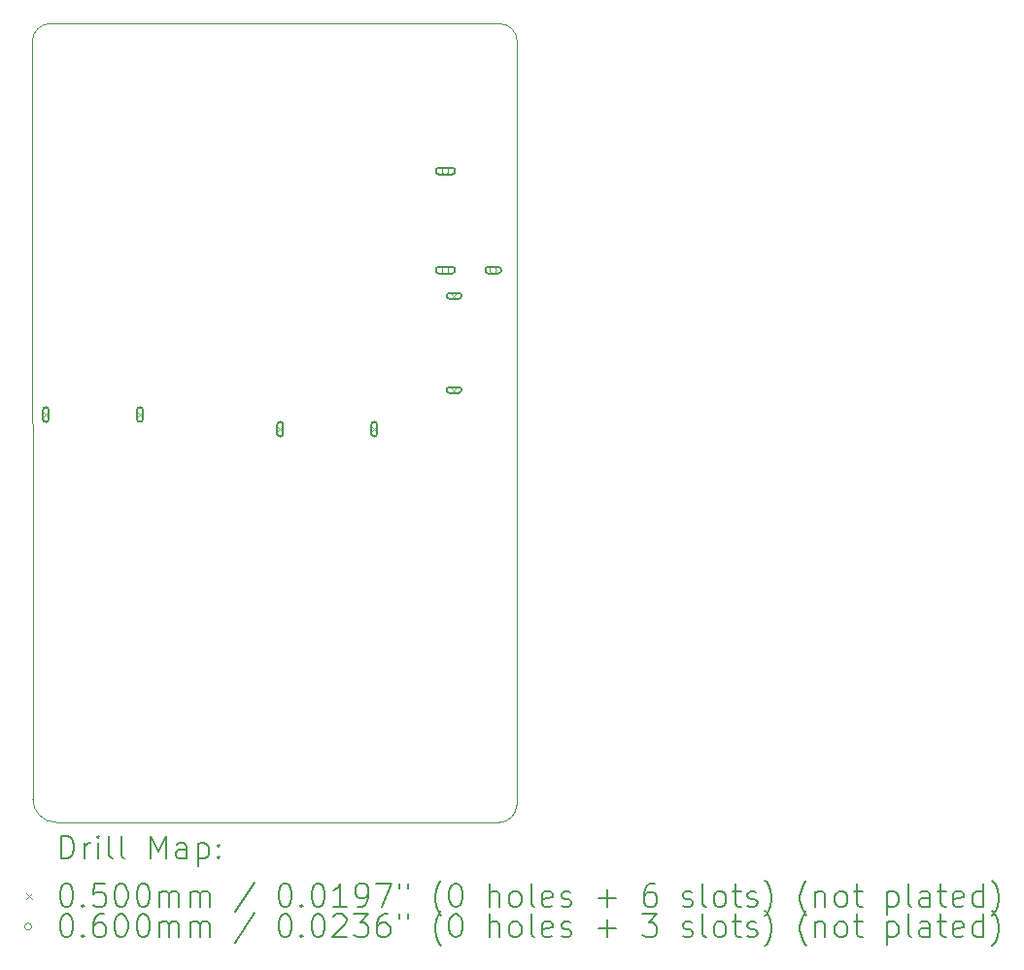
<source format=gbr>
%TF.GenerationSoftware,KiCad,Pcbnew,(6.0.10)*%
%TF.CreationDate,2023-02-27T19:57:09-05:00*%
%TF.ProjectId,ECG_2.0,4543475f-322e-4302-9e6b-696361645f70,rev?*%
%TF.SameCoordinates,Original*%
%TF.FileFunction,Drillmap*%
%TF.FilePolarity,Positive*%
%FSLAX45Y45*%
G04 Gerber Fmt 4.5, Leading zero omitted, Abs format (unit mm)*
G04 Created by KiCad (PCBNEW (6.0.10)) date 2023-02-27 19:57:09*
%MOMM*%
%LPD*%
G01*
G04 APERTURE LIST*
%ADD10C,0.100000*%
%ADD11C,0.200000*%
%ADD12C,0.050000*%
%ADD13C,0.060000*%
G04 APERTURE END LIST*
D10*
X21386800Y-13665200D02*
G75*
G03*
X21590000Y-13868400I203200J0D01*
G01*
X25450800Y-13868400D02*
G75*
G03*
X25603200Y-13716000I0J152400D01*
G01*
X25608824Y-7062331D02*
X25603200Y-13716000D01*
X25608824Y-7062331D02*
G75*
G03*
X25450800Y-6903172I-158024J1131D01*
G01*
X21539200Y-6903172D02*
G75*
G03*
X21381172Y-7061200I0J-158028D01*
G01*
X25450800Y-13868400D02*
X21590000Y-13868400D01*
X21386800Y-13665200D02*
X21381172Y-7061200D01*
X21539200Y-6903172D02*
X25450800Y-6903172D01*
D11*
D12*
X21475200Y-10287400D02*
X21525200Y-10337400D01*
X21525200Y-10287400D02*
X21475200Y-10337400D01*
D11*
X21525200Y-10352400D02*
X21525200Y-10272400D01*
X21475200Y-10352400D02*
X21475200Y-10272400D01*
X21525200Y-10272400D02*
G75*
G03*
X21475200Y-10272400I-25000J0D01*
G01*
X21475200Y-10352400D02*
G75*
G03*
X21525200Y-10352400I25000J0D01*
G01*
D12*
X22295200Y-10287400D02*
X22345200Y-10337400D01*
X22345200Y-10287400D02*
X22295200Y-10337400D01*
D11*
X22345200Y-10352400D02*
X22345200Y-10272400D01*
X22295200Y-10352400D02*
X22295200Y-10272400D01*
X22345200Y-10272400D02*
G75*
G03*
X22295200Y-10272400I-25000J0D01*
G01*
X22295200Y-10352400D02*
G75*
G03*
X22345200Y-10352400I25000J0D01*
G01*
D12*
X23517200Y-10414400D02*
X23567200Y-10464400D01*
X23567200Y-10414400D02*
X23517200Y-10464400D01*
D11*
X23567200Y-10479400D02*
X23567200Y-10399400D01*
X23517200Y-10479400D02*
X23517200Y-10399400D01*
X23567200Y-10399400D02*
G75*
G03*
X23517200Y-10399400I-25000J0D01*
G01*
X23517200Y-10479400D02*
G75*
G03*
X23567200Y-10479400I25000J0D01*
G01*
D12*
X24337200Y-10414400D02*
X24387200Y-10464400D01*
X24387200Y-10414400D02*
X24337200Y-10464400D01*
D11*
X24387200Y-10479400D02*
X24387200Y-10399400D01*
X24337200Y-10479400D02*
X24337200Y-10399400D01*
X24387200Y-10399400D02*
G75*
G03*
X24337200Y-10399400I-25000J0D01*
G01*
X24337200Y-10479400D02*
G75*
G03*
X24387200Y-10479400I25000J0D01*
G01*
D12*
X25032700Y-9252600D02*
X25082700Y-9302600D01*
X25082700Y-9252600D02*
X25032700Y-9302600D01*
D11*
X25097700Y-9252600D02*
X25017700Y-9252600D01*
X25097700Y-9302600D02*
X25017700Y-9302600D01*
X25017700Y-9252600D02*
G75*
G03*
X25017700Y-9302600I0J-25000D01*
G01*
X25097700Y-9302600D02*
G75*
G03*
X25097700Y-9252600I0J25000D01*
G01*
D12*
X25032700Y-10072600D02*
X25082700Y-10122600D01*
X25082700Y-10072600D02*
X25032700Y-10122600D01*
D11*
X25097700Y-10072600D02*
X25017700Y-10072600D01*
X25097700Y-10122600D02*
X25017700Y-10122600D01*
X25017700Y-10072600D02*
G75*
G03*
X25017700Y-10122600I0J-25000D01*
G01*
X25097700Y-10122600D02*
G75*
G03*
X25097700Y-10072600I0J25000D01*
G01*
D13*
X25012550Y-8188000D02*
G75*
G03*
X25012550Y-8188000I-30000J0D01*
G01*
D11*
X24927550Y-8218000D02*
X25037550Y-8218000D01*
X24927550Y-8158000D02*
X25037550Y-8158000D01*
X25037550Y-8218000D02*
G75*
G03*
X25037550Y-8158000I0J30000D01*
G01*
X24927550Y-8158000D02*
G75*
G03*
X24927550Y-8218000I0J-30000D01*
G01*
D13*
X25012550Y-9053000D02*
G75*
G03*
X25012550Y-9053000I-30000J0D01*
G01*
D11*
X24927550Y-9083000D02*
X25037550Y-9083000D01*
X24927550Y-9023000D02*
X25037550Y-9023000D01*
X25037550Y-9083000D02*
G75*
G03*
X25037550Y-9023000I0J30000D01*
G01*
X24927550Y-9023000D02*
G75*
G03*
X24927550Y-9083000I0J-30000D01*
G01*
D13*
X25429550Y-9053000D02*
G75*
G03*
X25429550Y-9053000I-30000J0D01*
G01*
D11*
X25359550Y-9083000D02*
X25439550Y-9083000D01*
X25359550Y-9023000D02*
X25439550Y-9023000D01*
X25439550Y-9083000D02*
G75*
G03*
X25439550Y-9023000I0J30000D01*
G01*
X25359550Y-9023000D02*
G75*
G03*
X25359550Y-9083000I0J-30000D01*
G01*
X21633791Y-14183876D02*
X21633791Y-13983876D01*
X21681410Y-13983876D01*
X21709982Y-13993400D01*
X21729029Y-14012448D01*
X21738553Y-14031495D01*
X21748077Y-14069590D01*
X21748077Y-14098162D01*
X21738553Y-14136257D01*
X21729029Y-14155305D01*
X21709982Y-14174352D01*
X21681410Y-14183876D01*
X21633791Y-14183876D01*
X21833791Y-14183876D02*
X21833791Y-14050543D01*
X21833791Y-14088638D02*
X21843315Y-14069590D01*
X21852839Y-14060067D01*
X21871886Y-14050543D01*
X21890934Y-14050543D01*
X21957601Y-14183876D02*
X21957601Y-14050543D01*
X21957601Y-13983876D02*
X21948077Y-13993400D01*
X21957601Y-14002924D01*
X21967124Y-13993400D01*
X21957601Y-13983876D01*
X21957601Y-14002924D01*
X22081410Y-14183876D02*
X22062363Y-14174352D01*
X22052839Y-14155305D01*
X22052839Y-13983876D01*
X22186172Y-14183876D02*
X22167124Y-14174352D01*
X22157601Y-14155305D01*
X22157601Y-13983876D01*
X22414743Y-14183876D02*
X22414743Y-13983876D01*
X22481410Y-14126733D01*
X22548077Y-13983876D01*
X22548077Y-14183876D01*
X22729029Y-14183876D02*
X22729029Y-14079114D01*
X22719505Y-14060067D01*
X22700458Y-14050543D01*
X22662362Y-14050543D01*
X22643315Y-14060067D01*
X22729029Y-14174352D02*
X22709982Y-14183876D01*
X22662362Y-14183876D01*
X22643315Y-14174352D01*
X22633791Y-14155305D01*
X22633791Y-14136257D01*
X22643315Y-14117209D01*
X22662362Y-14107686D01*
X22709982Y-14107686D01*
X22729029Y-14098162D01*
X22824267Y-14050543D02*
X22824267Y-14250543D01*
X22824267Y-14060067D02*
X22843315Y-14050543D01*
X22881410Y-14050543D01*
X22900458Y-14060067D01*
X22909982Y-14069590D01*
X22919505Y-14088638D01*
X22919505Y-14145781D01*
X22909982Y-14164828D01*
X22900458Y-14174352D01*
X22881410Y-14183876D01*
X22843315Y-14183876D01*
X22824267Y-14174352D01*
X23005220Y-14164828D02*
X23014743Y-14174352D01*
X23005220Y-14183876D01*
X22995696Y-14174352D01*
X23005220Y-14164828D01*
X23005220Y-14183876D01*
X23005220Y-14060067D02*
X23014743Y-14069590D01*
X23005220Y-14079114D01*
X22995696Y-14069590D01*
X23005220Y-14060067D01*
X23005220Y-14079114D01*
D12*
X21326172Y-14488400D02*
X21376172Y-14538400D01*
X21376172Y-14488400D02*
X21326172Y-14538400D01*
D11*
X21671886Y-14403876D02*
X21690934Y-14403876D01*
X21709982Y-14413400D01*
X21719505Y-14422924D01*
X21729029Y-14441971D01*
X21738553Y-14480067D01*
X21738553Y-14527686D01*
X21729029Y-14565781D01*
X21719505Y-14584828D01*
X21709982Y-14594352D01*
X21690934Y-14603876D01*
X21671886Y-14603876D01*
X21652839Y-14594352D01*
X21643315Y-14584828D01*
X21633791Y-14565781D01*
X21624267Y-14527686D01*
X21624267Y-14480067D01*
X21633791Y-14441971D01*
X21643315Y-14422924D01*
X21652839Y-14413400D01*
X21671886Y-14403876D01*
X21824267Y-14584828D02*
X21833791Y-14594352D01*
X21824267Y-14603876D01*
X21814744Y-14594352D01*
X21824267Y-14584828D01*
X21824267Y-14603876D01*
X22014744Y-14403876D02*
X21919505Y-14403876D01*
X21909982Y-14499114D01*
X21919505Y-14489590D01*
X21938553Y-14480067D01*
X21986172Y-14480067D01*
X22005220Y-14489590D01*
X22014744Y-14499114D01*
X22024267Y-14518162D01*
X22024267Y-14565781D01*
X22014744Y-14584828D01*
X22005220Y-14594352D01*
X21986172Y-14603876D01*
X21938553Y-14603876D01*
X21919505Y-14594352D01*
X21909982Y-14584828D01*
X22148077Y-14403876D02*
X22167124Y-14403876D01*
X22186172Y-14413400D01*
X22195696Y-14422924D01*
X22205220Y-14441971D01*
X22214744Y-14480067D01*
X22214744Y-14527686D01*
X22205220Y-14565781D01*
X22195696Y-14584828D01*
X22186172Y-14594352D01*
X22167124Y-14603876D01*
X22148077Y-14603876D01*
X22129029Y-14594352D01*
X22119505Y-14584828D01*
X22109982Y-14565781D01*
X22100458Y-14527686D01*
X22100458Y-14480067D01*
X22109982Y-14441971D01*
X22119505Y-14422924D01*
X22129029Y-14413400D01*
X22148077Y-14403876D01*
X22338553Y-14403876D02*
X22357601Y-14403876D01*
X22376648Y-14413400D01*
X22386172Y-14422924D01*
X22395696Y-14441971D01*
X22405220Y-14480067D01*
X22405220Y-14527686D01*
X22395696Y-14565781D01*
X22386172Y-14584828D01*
X22376648Y-14594352D01*
X22357601Y-14603876D01*
X22338553Y-14603876D01*
X22319505Y-14594352D01*
X22309982Y-14584828D01*
X22300458Y-14565781D01*
X22290934Y-14527686D01*
X22290934Y-14480067D01*
X22300458Y-14441971D01*
X22309982Y-14422924D01*
X22319505Y-14413400D01*
X22338553Y-14403876D01*
X22490934Y-14603876D02*
X22490934Y-14470543D01*
X22490934Y-14489590D02*
X22500458Y-14480067D01*
X22519505Y-14470543D01*
X22548077Y-14470543D01*
X22567124Y-14480067D01*
X22576648Y-14499114D01*
X22576648Y-14603876D01*
X22576648Y-14499114D02*
X22586172Y-14480067D01*
X22605220Y-14470543D01*
X22633791Y-14470543D01*
X22652839Y-14480067D01*
X22662362Y-14499114D01*
X22662362Y-14603876D01*
X22757601Y-14603876D02*
X22757601Y-14470543D01*
X22757601Y-14489590D02*
X22767124Y-14480067D01*
X22786172Y-14470543D01*
X22814743Y-14470543D01*
X22833791Y-14480067D01*
X22843315Y-14499114D01*
X22843315Y-14603876D01*
X22843315Y-14499114D02*
X22852839Y-14480067D01*
X22871886Y-14470543D01*
X22900458Y-14470543D01*
X22919505Y-14480067D01*
X22929029Y-14499114D01*
X22929029Y-14603876D01*
X23319505Y-14394352D02*
X23148077Y-14651495D01*
X23576648Y-14403876D02*
X23595696Y-14403876D01*
X23614743Y-14413400D01*
X23624267Y-14422924D01*
X23633791Y-14441971D01*
X23643315Y-14480067D01*
X23643315Y-14527686D01*
X23633791Y-14565781D01*
X23624267Y-14584828D01*
X23614743Y-14594352D01*
X23595696Y-14603876D01*
X23576648Y-14603876D01*
X23557601Y-14594352D01*
X23548077Y-14584828D01*
X23538553Y-14565781D01*
X23529029Y-14527686D01*
X23529029Y-14480067D01*
X23538553Y-14441971D01*
X23548077Y-14422924D01*
X23557601Y-14413400D01*
X23576648Y-14403876D01*
X23729029Y-14584828D02*
X23738553Y-14594352D01*
X23729029Y-14603876D01*
X23719505Y-14594352D01*
X23729029Y-14584828D01*
X23729029Y-14603876D01*
X23862362Y-14403876D02*
X23881410Y-14403876D01*
X23900458Y-14413400D01*
X23909982Y-14422924D01*
X23919505Y-14441971D01*
X23929029Y-14480067D01*
X23929029Y-14527686D01*
X23919505Y-14565781D01*
X23909982Y-14584828D01*
X23900458Y-14594352D01*
X23881410Y-14603876D01*
X23862362Y-14603876D01*
X23843315Y-14594352D01*
X23833791Y-14584828D01*
X23824267Y-14565781D01*
X23814743Y-14527686D01*
X23814743Y-14480067D01*
X23824267Y-14441971D01*
X23833791Y-14422924D01*
X23843315Y-14413400D01*
X23862362Y-14403876D01*
X24119505Y-14603876D02*
X24005220Y-14603876D01*
X24062362Y-14603876D02*
X24062362Y-14403876D01*
X24043315Y-14432448D01*
X24024267Y-14451495D01*
X24005220Y-14461019D01*
X24214743Y-14603876D02*
X24252839Y-14603876D01*
X24271886Y-14594352D01*
X24281410Y-14584828D01*
X24300458Y-14556257D01*
X24309982Y-14518162D01*
X24309982Y-14441971D01*
X24300458Y-14422924D01*
X24290934Y-14413400D01*
X24271886Y-14403876D01*
X24233791Y-14403876D01*
X24214743Y-14413400D01*
X24205220Y-14422924D01*
X24195696Y-14441971D01*
X24195696Y-14489590D01*
X24205220Y-14508638D01*
X24214743Y-14518162D01*
X24233791Y-14527686D01*
X24271886Y-14527686D01*
X24290934Y-14518162D01*
X24300458Y-14508638D01*
X24309982Y-14489590D01*
X24376648Y-14403876D02*
X24509982Y-14403876D01*
X24424267Y-14603876D01*
X24576648Y-14403876D02*
X24576648Y-14441971D01*
X24652839Y-14403876D02*
X24652839Y-14441971D01*
X24948077Y-14680067D02*
X24938553Y-14670543D01*
X24919505Y-14641971D01*
X24909982Y-14622924D01*
X24900458Y-14594352D01*
X24890934Y-14546733D01*
X24890934Y-14508638D01*
X24900458Y-14461019D01*
X24909982Y-14432448D01*
X24919505Y-14413400D01*
X24938553Y-14384828D01*
X24948077Y-14375305D01*
X25062362Y-14403876D02*
X25081410Y-14403876D01*
X25100458Y-14413400D01*
X25109982Y-14422924D01*
X25119505Y-14441971D01*
X25129029Y-14480067D01*
X25129029Y-14527686D01*
X25119505Y-14565781D01*
X25109982Y-14584828D01*
X25100458Y-14594352D01*
X25081410Y-14603876D01*
X25062362Y-14603876D01*
X25043315Y-14594352D01*
X25033791Y-14584828D01*
X25024267Y-14565781D01*
X25014743Y-14527686D01*
X25014743Y-14480067D01*
X25024267Y-14441971D01*
X25033791Y-14422924D01*
X25043315Y-14413400D01*
X25062362Y-14403876D01*
X25367124Y-14603876D02*
X25367124Y-14403876D01*
X25452839Y-14603876D02*
X25452839Y-14499114D01*
X25443315Y-14480067D01*
X25424267Y-14470543D01*
X25395696Y-14470543D01*
X25376648Y-14480067D01*
X25367124Y-14489590D01*
X25576648Y-14603876D02*
X25557601Y-14594352D01*
X25548077Y-14584828D01*
X25538553Y-14565781D01*
X25538553Y-14508638D01*
X25548077Y-14489590D01*
X25557601Y-14480067D01*
X25576648Y-14470543D01*
X25605220Y-14470543D01*
X25624267Y-14480067D01*
X25633791Y-14489590D01*
X25643315Y-14508638D01*
X25643315Y-14565781D01*
X25633791Y-14584828D01*
X25624267Y-14594352D01*
X25605220Y-14603876D01*
X25576648Y-14603876D01*
X25757601Y-14603876D02*
X25738553Y-14594352D01*
X25729029Y-14575305D01*
X25729029Y-14403876D01*
X25909982Y-14594352D02*
X25890934Y-14603876D01*
X25852839Y-14603876D01*
X25833791Y-14594352D01*
X25824267Y-14575305D01*
X25824267Y-14499114D01*
X25833791Y-14480067D01*
X25852839Y-14470543D01*
X25890934Y-14470543D01*
X25909982Y-14480067D01*
X25919505Y-14499114D01*
X25919505Y-14518162D01*
X25824267Y-14537209D01*
X25995696Y-14594352D02*
X26014743Y-14603876D01*
X26052839Y-14603876D01*
X26071886Y-14594352D01*
X26081410Y-14575305D01*
X26081410Y-14565781D01*
X26071886Y-14546733D01*
X26052839Y-14537209D01*
X26024267Y-14537209D01*
X26005220Y-14527686D01*
X25995696Y-14508638D01*
X25995696Y-14499114D01*
X26005220Y-14480067D01*
X26024267Y-14470543D01*
X26052839Y-14470543D01*
X26071886Y-14480067D01*
X26319505Y-14527686D02*
X26471886Y-14527686D01*
X26395696Y-14603876D02*
X26395696Y-14451495D01*
X26805220Y-14403876D02*
X26767124Y-14403876D01*
X26748077Y-14413400D01*
X26738553Y-14422924D01*
X26719505Y-14451495D01*
X26709982Y-14489590D01*
X26709982Y-14565781D01*
X26719505Y-14584828D01*
X26729029Y-14594352D01*
X26748077Y-14603876D01*
X26786172Y-14603876D01*
X26805220Y-14594352D01*
X26814743Y-14584828D01*
X26824267Y-14565781D01*
X26824267Y-14518162D01*
X26814743Y-14499114D01*
X26805220Y-14489590D01*
X26786172Y-14480067D01*
X26748077Y-14480067D01*
X26729029Y-14489590D01*
X26719505Y-14499114D01*
X26709982Y-14518162D01*
X27052839Y-14594352D02*
X27071886Y-14603876D01*
X27109982Y-14603876D01*
X27129029Y-14594352D01*
X27138553Y-14575305D01*
X27138553Y-14565781D01*
X27129029Y-14546733D01*
X27109982Y-14537209D01*
X27081410Y-14537209D01*
X27062362Y-14527686D01*
X27052839Y-14508638D01*
X27052839Y-14499114D01*
X27062362Y-14480067D01*
X27081410Y-14470543D01*
X27109982Y-14470543D01*
X27129029Y-14480067D01*
X27252839Y-14603876D02*
X27233791Y-14594352D01*
X27224267Y-14575305D01*
X27224267Y-14403876D01*
X27357601Y-14603876D02*
X27338553Y-14594352D01*
X27329029Y-14584828D01*
X27319505Y-14565781D01*
X27319505Y-14508638D01*
X27329029Y-14489590D01*
X27338553Y-14480067D01*
X27357601Y-14470543D01*
X27386172Y-14470543D01*
X27405220Y-14480067D01*
X27414743Y-14489590D01*
X27424267Y-14508638D01*
X27424267Y-14565781D01*
X27414743Y-14584828D01*
X27405220Y-14594352D01*
X27386172Y-14603876D01*
X27357601Y-14603876D01*
X27481410Y-14470543D02*
X27557601Y-14470543D01*
X27509982Y-14403876D02*
X27509982Y-14575305D01*
X27519505Y-14594352D01*
X27538553Y-14603876D01*
X27557601Y-14603876D01*
X27614743Y-14594352D02*
X27633791Y-14603876D01*
X27671886Y-14603876D01*
X27690934Y-14594352D01*
X27700458Y-14575305D01*
X27700458Y-14565781D01*
X27690934Y-14546733D01*
X27671886Y-14537209D01*
X27643315Y-14537209D01*
X27624267Y-14527686D01*
X27614743Y-14508638D01*
X27614743Y-14499114D01*
X27624267Y-14480067D01*
X27643315Y-14470543D01*
X27671886Y-14470543D01*
X27690934Y-14480067D01*
X27767124Y-14680067D02*
X27776648Y-14670543D01*
X27795696Y-14641971D01*
X27805220Y-14622924D01*
X27814743Y-14594352D01*
X27824267Y-14546733D01*
X27824267Y-14508638D01*
X27814743Y-14461019D01*
X27805220Y-14432448D01*
X27795696Y-14413400D01*
X27776648Y-14384828D01*
X27767124Y-14375305D01*
X28129029Y-14680067D02*
X28119505Y-14670543D01*
X28100458Y-14641971D01*
X28090934Y-14622924D01*
X28081410Y-14594352D01*
X28071886Y-14546733D01*
X28071886Y-14508638D01*
X28081410Y-14461019D01*
X28090934Y-14432448D01*
X28100458Y-14413400D01*
X28119505Y-14384828D01*
X28129029Y-14375305D01*
X28205220Y-14470543D02*
X28205220Y-14603876D01*
X28205220Y-14489590D02*
X28214743Y-14480067D01*
X28233791Y-14470543D01*
X28262362Y-14470543D01*
X28281410Y-14480067D01*
X28290934Y-14499114D01*
X28290934Y-14603876D01*
X28414743Y-14603876D02*
X28395696Y-14594352D01*
X28386172Y-14584828D01*
X28376648Y-14565781D01*
X28376648Y-14508638D01*
X28386172Y-14489590D01*
X28395696Y-14480067D01*
X28414743Y-14470543D01*
X28443315Y-14470543D01*
X28462362Y-14480067D01*
X28471886Y-14489590D01*
X28481410Y-14508638D01*
X28481410Y-14565781D01*
X28471886Y-14584828D01*
X28462362Y-14594352D01*
X28443315Y-14603876D01*
X28414743Y-14603876D01*
X28538553Y-14470543D02*
X28614743Y-14470543D01*
X28567124Y-14403876D02*
X28567124Y-14575305D01*
X28576648Y-14594352D01*
X28595696Y-14603876D01*
X28614743Y-14603876D01*
X28833791Y-14470543D02*
X28833791Y-14670543D01*
X28833791Y-14480067D02*
X28852839Y-14470543D01*
X28890934Y-14470543D01*
X28909982Y-14480067D01*
X28919505Y-14489590D01*
X28929029Y-14508638D01*
X28929029Y-14565781D01*
X28919505Y-14584828D01*
X28909982Y-14594352D01*
X28890934Y-14603876D01*
X28852839Y-14603876D01*
X28833791Y-14594352D01*
X29043315Y-14603876D02*
X29024267Y-14594352D01*
X29014743Y-14575305D01*
X29014743Y-14403876D01*
X29205220Y-14603876D02*
X29205220Y-14499114D01*
X29195696Y-14480067D01*
X29176648Y-14470543D01*
X29138553Y-14470543D01*
X29119505Y-14480067D01*
X29205220Y-14594352D02*
X29186172Y-14603876D01*
X29138553Y-14603876D01*
X29119505Y-14594352D01*
X29109982Y-14575305D01*
X29109982Y-14556257D01*
X29119505Y-14537209D01*
X29138553Y-14527686D01*
X29186172Y-14527686D01*
X29205220Y-14518162D01*
X29271886Y-14470543D02*
X29348077Y-14470543D01*
X29300458Y-14403876D02*
X29300458Y-14575305D01*
X29309982Y-14594352D01*
X29329029Y-14603876D01*
X29348077Y-14603876D01*
X29490934Y-14594352D02*
X29471886Y-14603876D01*
X29433791Y-14603876D01*
X29414743Y-14594352D01*
X29405220Y-14575305D01*
X29405220Y-14499114D01*
X29414743Y-14480067D01*
X29433791Y-14470543D01*
X29471886Y-14470543D01*
X29490934Y-14480067D01*
X29500458Y-14499114D01*
X29500458Y-14518162D01*
X29405220Y-14537209D01*
X29671886Y-14603876D02*
X29671886Y-14403876D01*
X29671886Y-14594352D02*
X29652839Y-14603876D01*
X29614743Y-14603876D01*
X29595696Y-14594352D01*
X29586172Y-14584828D01*
X29576648Y-14565781D01*
X29576648Y-14508638D01*
X29586172Y-14489590D01*
X29595696Y-14480067D01*
X29614743Y-14470543D01*
X29652839Y-14470543D01*
X29671886Y-14480067D01*
X29748077Y-14680067D02*
X29757601Y-14670543D01*
X29776648Y-14641971D01*
X29786172Y-14622924D01*
X29795696Y-14594352D01*
X29805220Y-14546733D01*
X29805220Y-14508638D01*
X29795696Y-14461019D01*
X29786172Y-14432448D01*
X29776648Y-14413400D01*
X29757601Y-14384828D01*
X29748077Y-14375305D01*
D13*
X21376172Y-14777400D02*
G75*
G03*
X21376172Y-14777400I-30000J0D01*
G01*
D11*
X21671886Y-14667876D02*
X21690934Y-14667876D01*
X21709982Y-14677400D01*
X21719505Y-14686924D01*
X21729029Y-14705971D01*
X21738553Y-14744067D01*
X21738553Y-14791686D01*
X21729029Y-14829781D01*
X21719505Y-14848828D01*
X21709982Y-14858352D01*
X21690934Y-14867876D01*
X21671886Y-14867876D01*
X21652839Y-14858352D01*
X21643315Y-14848828D01*
X21633791Y-14829781D01*
X21624267Y-14791686D01*
X21624267Y-14744067D01*
X21633791Y-14705971D01*
X21643315Y-14686924D01*
X21652839Y-14677400D01*
X21671886Y-14667876D01*
X21824267Y-14848828D02*
X21833791Y-14858352D01*
X21824267Y-14867876D01*
X21814744Y-14858352D01*
X21824267Y-14848828D01*
X21824267Y-14867876D01*
X22005220Y-14667876D02*
X21967124Y-14667876D01*
X21948077Y-14677400D01*
X21938553Y-14686924D01*
X21919505Y-14715495D01*
X21909982Y-14753590D01*
X21909982Y-14829781D01*
X21919505Y-14848828D01*
X21929029Y-14858352D01*
X21948077Y-14867876D01*
X21986172Y-14867876D01*
X22005220Y-14858352D01*
X22014744Y-14848828D01*
X22024267Y-14829781D01*
X22024267Y-14782162D01*
X22014744Y-14763114D01*
X22005220Y-14753590D01*
X21986172Y-14744067D01*
X21948077Y-14744067D01*
X21929029Y-14753590D01*
X21919505Y-14763114D01*
X21909982Y-14782162D01*
X22148077Y-14667876D02*
X22167124Y-14667876D01*
X22186172Y-14677400D01*
X22195696Y-14686924D01*
X22205220Y-14705971D01*
X22214744Y-14744067D01*
X22214744Y-14791686D01*
X22205220Y-14829781D01*
X22195696Y-14848828D01*
X22186172Y-14858352D01*
X22167124Y-14867876D01*
X22148077Y-14867876D01*
X22129029Y-14858352D01*
X22119505Y-14848828D01*
X22109982Y-14829781D01*
X22100458Y-14791686D01*
X22100458Y-14744067D01*
X22109982Y-14705971D01*
X22119505Y-14686924D01*
X22129029Y-14677400D01*
X22148077Y-14667876D01*
X22338553Y-14667876D02*
X22357601Y-14667876D01*
X22376648Y-14677400D01*
X22386172Y-14686924D01*
X22395696Y-14705971D01*
X22405220Y-14744067D01*
X22405220Y-14791686D01*
X22395696Y-14829781D01*
X22386172Y-14848828D01*
X22376648Y-14858352D01*
X22357601Y-14867876D01*
X22338553Y-14867876D01*
X22319505Y-14858352D01*
X22309982Y-14848828D01*
X22300458Y-14829781D01*
X22290934Y-14791686D01*
X22290934Y-14744067D01*
X22300458Y-14705971D01*
X22309982Y-14686924D01*
X22319505Y-14677400D01*
X22338553Y-14667876D01*
X22490934Y-14867876D02*
X22490934Y-14734543D01*
X22490934Y-14753590D02*
X22500458Y-14744067D01*
X22519505Y-14734543D01*
X22548077Y-14734543D01*
X22567124Y-14744067D01*
X22576648Y-14763114D01*
X22576648Y-14867876D01*
X22576648Y-14763114D02*
X22586172Y-14744067D01*
X22605220Y-14734543D01*
X22633791Y-14734543D01*
X22652839Y-14744067D01*
X22662362Y-14763114D01*
X22662362Y-14867876D01*
X22757601Y-14867876D02*
X22757601Y-14734543D01*
X22757601Y-14753590D02*
X22767124Y-14744067D01*
X22786172Y-14734543D01*
X22814743Y-14734543D01*
X22833791Y-14744067D01*
X22843315Y-14763114D01*
X22843315Y-14867876D01*
X22843315Y-14763114D02*
X22852839Y-14744067D01*
X22871886Y-14734543D01*
X22900458Y-14734543D01*
X22919505Y-14744067D01*
X22929029Y-14763114D01*
X22929029Y-14867876D01*
X23319505Y-14658352D02*
X23148077Y-14915495D01*
X23576648Y-14667876D02*
X23595696Y-14667876D01*
X23614743Y-14677400D01*
X23624267Y-14686924D01*
X23633791Y-14705971D01*
X23643315Y-14744067D01*
X23643315Y-14791686D01*
X23633791Y-14829781D01*
X23624267Y-14848828D01*
X23614743Y-14858352D01*
X23595696Y-14867876D01*
X23576648Y-14867876D01*
X23557601Y-14858352D01*
X23548077Y-14848828D01*
X23538553Y-14829781D01*
X23529029Y-14791686D01*
X23529029Y-14744067D01*
X23538553Y-14705971D01*
X23548077Y-14686924D01*
X23557601Y-14677400D01*
X23576648Y-14667876D01*
X23729029Y-14848828D02*
X23738553Y-14858352D01*
X23729029Y-14867876D01*
X23719505Y-14858352D01*
X23729029Y-14848828D01*
X23729029Y-14867876D01*
X23862362Y-14667876D02*
X23881410Y-14667876D01*
X23900458Y-14677400D01*
X23909982Y-14686924D01*
X23919505Y-14705971D01*
X23929029Y-14744067D01*
X23929029Y-14791686D01*
X23919505Y-14829781D01*
X23909982Y-14848828D01*
X23900458Y-14858352D01*
X23881410Y-14867876D01*
X23862362Y-14867876D01*
X23843315Y-14858352D01*
X23833791Y-14848828D01*
X23824267Y-14829781D01*
X23814743Y-14791686D01*
X23814743Y-14744067D01*
X23824267Y-14705971D01*
X23833791Y-14686924D01*
X23843315Y-14677400D01*
X23862362Y-14667876D01*
X24005220Y-14686924D02*
X24014743Y-14677400D01*
X24033791Y-14667876D01*
X24081410Y-14667876D01*
X24100458Y-14677400D01*
X24109982Y-14686924D01*
X24119505Y-14705971D01*
X24119505Y-14725019D01*
X24109982Y-14753590D01*
X23995696Y-14867876D01*
X24119505Y-14867876D01*
X24186172Y-14667876D02*
X24309982Y-14667876D01*
X24243315Y-14744067D01*
X24271886Y-14744067D01*
X24290934Y-14753590D01*
X24300458Y-14763114D01*
X24309982Y-14782162D01*
X24309982Y-14829781D01*
X24300458Y-14848828D01*
X24290934Y-14858352D01*
X24271886Y-14867876D01*
X24214743Y-14867876D01*
X24195696Y-14858352D01*
X24186172Y-14848828D01*
X24481410Y-14667876D02*
X24443315Y-14667876D01*
X24424267Y-14677400D01*
X24414743Y-14686924D01*
X24395696Y-14715495D01*
X24386172Y-14753590D01*
X24386172Y-14829781D01*
X24395696Y-14848828D01*
X24405220Y-14858352D01*
X24424267Y-14867876D01*
X24462362Y-14867876D01*
X24481410Y-14858352D01*
X24490934Y-14848828D01*
X24500458Y-14829781D01*
X24500458Y-14782162D01*
X24490934Y-14763114D01*
X24481410Y-14753590D01*
X24462362Y-14744067D01*
X24424267Y-14744067D01*
X24405220Y-14753590D01*
X24395696Y-14763114D01*
X24386172Y-14782162D01*
X24576648Y-14667876D02*
X24576648Y-14705971D01*
X24652839Y-14667876D02*
X24652839Y-14705971D01*
X24948077Y-14944067D02*
X24938553Y-14934543D01*
X24919505Y-14905971D01*
X24909982Y-14886924D01*
X24900458Y-14858352D01*
X24890934Y-14810733D01*
X24890934Y-14772638D01*
X24900458Y-14725019D01*
X24909982Y-14696448D01*
X24919505Y-14677400D01*
X24938553Y-14648828D01*
X24948077Y-14639305D01*
X25062362Y-14667876D02*
X25081410Y-14667876D01*
X25100458Y-14677400D01*
X25109982Y-14686924D01*
X25119505Y-14705971D01*
X25129029Y-14744067D01*
X25129029Y-14791686D01*
X25119505Y-14829781D01*
X25109982Y-14848828D01*
X25100458Y-14858352D01*
X25081410Y-14867876D01*
X25062362Y-14867876D01*
X25043315Y-14858352D01*
X25033791Y-14848828D01*
X25024267Y-14829781D01*
X25014743Y-14791686D01*
X25014743Y-14744067D01*
X25024267Y-14705971D01*
X25033791Y-14686924D01*
X25043315Y-14677400D01*
X25062362Y-14667876D01*
X25367124Y-14867876D02*
X25367124Y-14667876D01*
X25452839Y-14867876D02*
X25452839Y-14763114D01*
X25443315Y-14744067D01*
X25424267Y-14734543D01*
X25395696Y-14734543D01*
X25376648Y-14744067D01*
X25367124Y-14753590D01*
X25576648Y-14867876D02*
X25557601Y-14858352D01*
X25548077Y-14848828D01*
X25538553Y-14829781D01*
X25538553Y-14772638D01*
X25548077Y-14753590D01*
X25557601Y-14744067D01*
X25576648Y-14734543D01*
X25605220Y-14734543D01*
X25624267Y-14744067D01*
X25633791Y-14753590D01*
X25643315Y-14772638D01*
X25643315Y-14829781D01*
X25633791Y-14848828D01*
X25624267Y-14858352D01*
X25605220Y-14867876D01*
X25576648Y-14867876D01*
X25757601Y-14867876D02*
X25738553Y-14858352D01*
X25729029Y-14839305D01*
X25729029Y-14667876D01*
X25909982Y-14858352D02*
X25890934Y-14867876D01*
X25852839Y-14867876D01*
X25833791Y-14858352D01*
X25824267Y-14839305D01*
X25824267Y-14763114D01*
X25833791Y-14744067D01*
X25852839Y-14734543D01*
X25890934Y-14734543D01*
X25909982Y-14744067D01*
X25919505Y-14763114D01*
X25919505Y-14782162D01*
X25824267Y-14801209D01*
X25995696Y-14858352D02*
X26014743Y-14867876D01*
X26052839Y-14867876D01*
X26071886Y-14858352D01*
X26081410Y-14839305D01*
X26081410Y-14829781D01*
X26071886Y-14810733D01*
X26052839Y-14801209D01*
X26024267Y-14801209D01*
X26005220Y-14791686D01*
X25995696Y-14772638D01*
X25995696Y-14763114D01*
X26005220Y-14744067D01*
X26024267Y-14734543D01*
X26052839Y-14734543D01*
X26071886Y-14744067D01*
X26319505Y-14791686D02*
X26471886Y-14791686D01*
X26395696Y-14867876D02*
X26395696Y-14715495D01*
X26700458Y-14667876D02*
X26824267Y-14667876D01*
X26757601Y-14744067D01*
X26786172Y-14744067D01*
X26805220Y-14753590D01*
X26814743Y-14763114D01*
X26824267Y-14782162D01*
X26824267Y-14829781D01*
X26814743Y-14848828D01*
X26805220Y-14858352D01*
X26786172Y-14867876D01*
X26729029Y-14867876D01*
X26709982Y-14858352D01*
X26700458Y-14848828D01*
X27052839Y-14858352D02*
X27071886Y-14867876D01*
X27109982Y-14867876D01*
X27129029Y-14858352D01*
X27138553Y-14839305D01*
X27138553Y-14829781D01*
X27129029Y-14810733D01*
X27109982Y-14801209D01*
X27081410Y-14801209D01*
X27062362Y-14791686D01*
X27052839Y-14772638D01*
X27052839Y-14763114D01*
X27062362Y-14744067D01*
X27081410Y-14734543D01*
X27109982Y-14734543D01*
X27129029Y-14744067D01*
X27252839Y-14867876D02*
X27233791Y-14858352D01*
X27224267Y-14839305D01*
X27224267Y-14667876D01*
X27357601Y-14867876D02*
X27338553Y-14858352D01*
X27329029Y-14848828D01*
X27319505Y-14829781D01*
X27319505Y-14772638D01*
X27329029Y-14753590D01*
X27338553Y-14744067D01*
X27357601Y-14734543D01*
X27386172Y-14734543D01*
X27405220Y-14744067D01*
X27414743Y-14753590D01*
X27424267Y-14772638D01*
X27424267Y-14829781D01*
X27414743Y-14848828D01*
X27405220Y-14858352D01*
X27386172Y-14867876D01*
X27357601Y-14867876D01*
X27481410Y-14734543D02*
X27557601Y-14734543D01*
X27509982Y-14667876D02*
X27509982Y-14839305D01*
X27519505Y-14858352D01*
X27538553Y-14867876D01*
X27557601Y-14867876D01*
X27614743Y-14858352D02*
X27633791Y-14867876D01*
X27671886Y-14867876D01*
X27690934Y-14858352D01*
X27700458Y-14839305D01*
X27700458Y-14829781D01*
X27690934Y-14810733D01*
X27671886Y-14801209D01*
X27643315Y-14801209D01*
X27624267Y-14791686D01*
X27614743Y-14772638D01*
X27614743Y-14763114D01*
X27624267Y-14744067D01*
X27643315Y-14734543D01*
X27671886Y-14734543D01*
X27690934Y-14744067D01*
X27767124Y-14944067D02*
X27776648Y-14934543D01*
X27795696Y-14905971D01*
X27805220Y-14886924D01*
X27814743Y-14858352D01*
X27824267Y-14810733D01*
X27824267Y-14772638D01*
X27814743Y-14725019D01*
X27805220Y-14696448D01*
X27795696Y-14677400D01*
X27776648Y-14648828D01*
X27767124Y-14639305D01*
X28129029Y-14944067D02*
X28119505Y-14934543D01*
X28100458Y-14905971D01*
X28090934Y-14886924D01*
X28081410Y-14858352D01*
X28071886Y-14810733D01*
X28071886Y-14772638D01*
X28081410Y-14725019D01*
X28090934Y-14696448D01*
X28100458Y-14677400D01*
X28119505Y-14648828D01*
X28129029Y-14639305D01*
X28205220Y-14734543D02*
X28205220Y-14867876D01*
X28205220Y-14753590D02*
X28214743Y-14744067D01*
X28233791Y-14734543D01*
X28262362Y-14734543D01*
X28281410Y-14744067D01*
X28290934Y-14763114D01*
X28290934Y-14867876D01*
X28414743Y-14867876D02*
X28395696Y-14858352D01*
X28386172Y-14848828D01*
X28376648Y-14829781D01*
X28376648Y-14772638D01*
X28386172Y-14753590D01*
X28395696Y-14744067D01*
X28414743Y-14734543D01*
X28443315Y-14734543D01*
X28462362Y-14744067D01*
X28471886Y-14753590D01*
X28481410Y-14772638D01*
X28481410Y-14829781D01*
X28471886Y-14848828D01*
X28462362Y-14858352D01*
X28443315Y-14867876D01*
X28414743Y-14867876D01*
X28538553Y-14734543D02*
X28614743Y-14734543D01*
X28567124Y-14667876D02*
X28567124Y-14839305D01*
X28576648Y-14858352D01*
X28595696Y-14867876D01*
X28614743Y-14867876D01*
X28833791Y-14734543D02*
X28833791Y-14934543D01*
X28833791Y-14744067D02*
X28852839Y-14734543D01*
X28890934Y-14734543D01*
X28909982Y-14744067D01*
X28919505Y-14753590D01*
X28929029Y-14772638D01*
X28929029Y-14829781D01*
X28919505Y-14848828D01*
X28909982Y-14858352D01*
X28890934Y-14867876D01*
X28852839Y-14867876D01*
X28833791Y-14858352D01*
X29043315Y-14867876D02*
X29024267Y-14858352D01*
X29014743Y-14839305D01*
X29014743Y-14667876D01*
X29205220Y-14867876D02*
X29205220Y-14763114D01*
X29195696Y-14744067D01*
X29176648Y-14734543D01*
X29138553Y-14734543D01*
X29119505Y-14744067D01*
X29205220Y-14858352D02*
X29186172Y-14867876D01*
X29138553Y-14867876D01*
X29119505Y-14858352D01*
X29109982Y-14839305D01*
X29109982Y-14820257D01*
X29119505Y-14801209D01*
X29138553Y-14791686D01*
X29186172Y-14791686D01*
X29205220Y-14782162D01*
X29271886Y-14734543D02*
X29348077Y-14734543D01*
X29300458Y-14667876D02*
X29300458Y-14839305D01*
X29309982Y-14858352D01*
X29329029Y-14867876D01*
X29348077Y-14867876D01*
X29490934Y-14858352D02*
X29471886Y-14867876D01*
X29433791Y-14867876D01*
X29414743Y-14858352D01*
X29405220Y-14839305D01*
X29405220Y-14763114D01*
X29414743Y-14744067D01*
X29433791Y-14734543D01*
X29471886Y-14734543D01*
X29490934Y-14744067D01*
X29500458Y-14763114D01*
X29500458Y-14782162D01*
X29405220Y-14801209D01*
X29671886Y-14867876D02*
X29671886Y-14667876D01*
X29671886Y-14858352D02*
X29652839Y-14867876D01*
X29614743Y-14867876D01*
X29595696Y-14858352D01*
X29586172Y-14848828D01*
X29576648Y-14829781D01*
X29576648Y-14772638D01*
X29586172Y-14753590D01*
X29595696Y-14744067D01*
X29614743Y-14734543D01*
X29652839Y-14734543D01*
X29671886Y-14744067D01*
X29748077Y-14944067D02*
X29757601Y-14934543D01*
X29776648Y-14905971D01*
X29786172Y-14886924D01*
X29795696Y-14858352D01*
X29805220Y-14810733D01*
X29805220Y-14772638D01*
X29795696Y-14725019D01*
X29786172Y-14696448D01*
X29776648Y-14677400D01*
X29757601Y-14648828D01*
X29748077Y-14639305D01*
M02*

</source>
